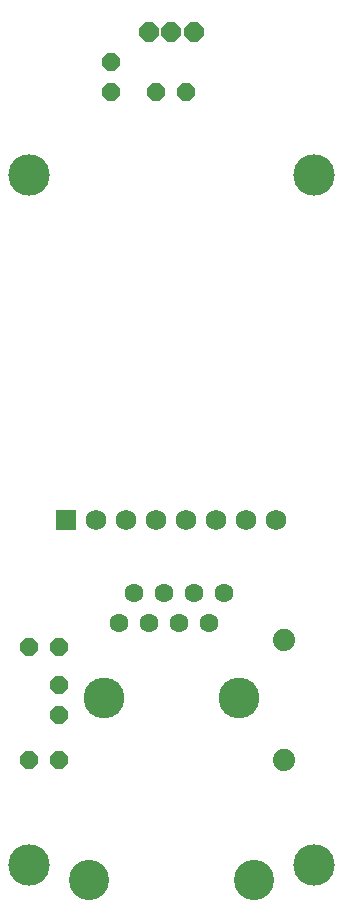
<source format=gts>
G75*
G70*
%OFA0B0*%
%FSLAX24Y24*%
%IPPOS*%
%LPD*%
%AMOC8*
5,1,8,0,0,1.08239X$1,22.5*
%
%ADD10C,0.1340*%
%ADD11OC8,0.0600*%
%ADD12C,0.0740*%
%ADD13C,0.1360*%
%ADD14C,0.0630*%
%ADD15OC8,0.0634*%
%ADD16R,0.0680X0.0680*%
%ADD17C,0.0680*%
%ADD18C,0.1380*%
D10*
X004427Y001101D03*
X009927Y001101D03*
D11*
X003427Y005101D03*
X003427Y006601D03*
X003427Y007601D03*
X003427Y008851D03*
X002427Y008851D03*
X002427Y005101D03*
X005177Y027351D03*
X005177Y028351D03*
X006677Y027351D03*
X007677Y027351D03*
D12*
X010927Y009101D03*
X010927Y005101D03*
D13*
X009427Y007151D03*
X004927Y007151D03*
D14*
X005427Y009651D03*
X005927Y010651D03*
X006427Y009651D03*
X006927Y010651D03*
X007427Y009651D03*
X007927Y010651D03*
X008427Y009651D03*
X008927Y010651D03*
D15*
X007927Y029351D03*
X007177Y029351D03*
X006427Y029351D03*
D16*
X003677Y013101D03*
D17*
X004677Y013101D03*
X005677Y013101D03*
X006677Y013101D03*
X007677Y013101D03*
X008677Y013101D03*
X009677Y013101D03*
X010677Y013101D03*
D18*
X002427Y001601D03*
X011927Y001601D03*
X011927Y024601D03*
X002427Y024601D03*
M02*

</source>
